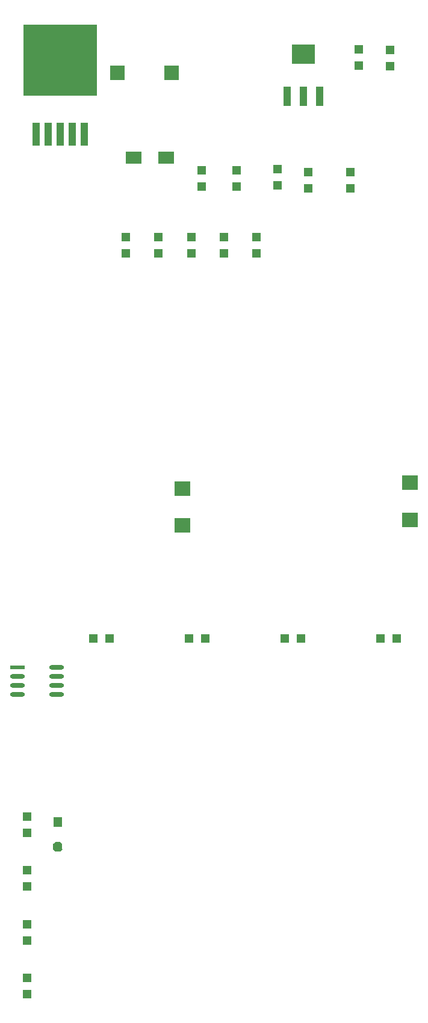
<source format=gtp>
G04*
G04 #@! TF.GenerationSoftware,Altium Limited,Altium Designer,22.3.1 (43)*
G04*
G04 Layer_Color=8421504*
%FSLAX25Y25*%
%MOIN*%
G70*
G04*
G04 #@! TF.SameCoordinates,858DE3B6-85AC-4B40-B280-C04C9E7F73BC*
G04*
G04*
G04 #@! TF.FilePolarity,Positive*
G04*
G01*
G75*
%ADD20O,0.08268X0.02362*%
%ADD21R,0.08268X0.02362*%
%ADD22R,0.05000X0.05000*%
%ADD23R,0.08661X0.06890*%
%ADD24R,0.05000X0.05000*%
%ADD25R,0.03937X0.10630*%
%ADD26R,0.12992X0.10630*%
%ADD27R,0.07874X0.07874*%
%ADD28R,0.04134X0.12598*%
%ADD29R,0.41142X0.39370*%
%ADD30R,0.08823X0.08061*%
G04:AMPARAMS|DCode=31|XSize=55mil|YSize=50mil|CornerRadius=0mil|HoleSize=0mil|Usage=FLASHONLY|Rotation=270.000|XOffset=0mil|YOffset=0mil|HoleType=Round|Shape=Octagon|*
%AMOCTAGOND31*
4,1,8,-0.01250,-0.02750,0.01250,-0.02750,0.02500,-0.01500,0.02500,0.01500,0.01250,0.02750,-0.01250,0.02750,-0.02500,0.01500,-0.02500,-0.01500,-0.01250,-0.02750,0.0*
%
%ADD31OCTAGOND31*%

%ADD32R,0.05000X0.05500*%
D20*
X69327Y204500D02*
D03*
X47673Y214500D02*
D03*
Y209500D02*
D03*
Y204500D02*
D03*
X69327Y219500D02*
D03*
Y214500D02*
D03*
Y209500D02*
D03*
D21*
X47673Y219500D02*
D03*
D22*
X107500Y449000D02*
D03*
Y458000D02*
D03*
X191500Y486500D02*
D03*
Y495500D02*
D03*
X254000Y561500D02*
D03*
Y552500D02*
D03*
X236500Y562000D02*
D03*
Y553000D02*
D03*
X53000Y38500D02*
D03*
Y47500D02*
D03*
X143750Y449000D02*
D03*
Y458000D02*
D03*
X180000D02*
D03*
Y449000D02*
D03*
X161875Y458000D02*
D03*
Y449000D02*
D03*
X169000Y486000D02*
D03*
Y495000D02*
D03*
X125625Y449000D02*
D03*
Y458000D02*
D03*
X53000Y77333D02*
D03*
Y68333D02*
D03*
Y107167D02*
D03*
Y98167D02*
D03*
Y137000D02*
D03*
Y128000D02*
D03*
X232000Y494000D02*
D03*
Y485000D02*
D03*
X208500Y494000D02*
D03*
Y485000D02*
D03*
X149500Y486000D02*
D03*
Y495000D02*
D03*
D23*
X111890Y502000D02*
D03*
X130000D02*
D03*
D24*
X89500Y235500D02*
D03*
X98500D02*
D03*
X142500D02*
D03*
X151500D02*
D03*
X248500D02*
D03*
X257500D02*
D03*
X195500D02*
D03*
X204500D02*
D03*
D25*
X196945Y535886D02*
D03*
X215055D02*
D03*
X206000D02*
D03*
D26*
Y559114D02*
D03*
D27*
X133000Y549000D02*
D03*
X103000D02*
D03*
D28*
X57807Y515000D02*
D03*
X84579D02*
D03*
X71193D02*
D03*
X77886D02*
D03*
X64500D02*
D03*
D29*
X71193Y556000D02*
D03*
D30*
X139000Y318500D02*
D03*
Y298096D02*
D03*
X265000Y321702D02*
D03*
Y301298D02*
D03*
D31*
X70000Y120250D02*
D03*
D32*
Y133750D02*
D03*
M02*

</source>
